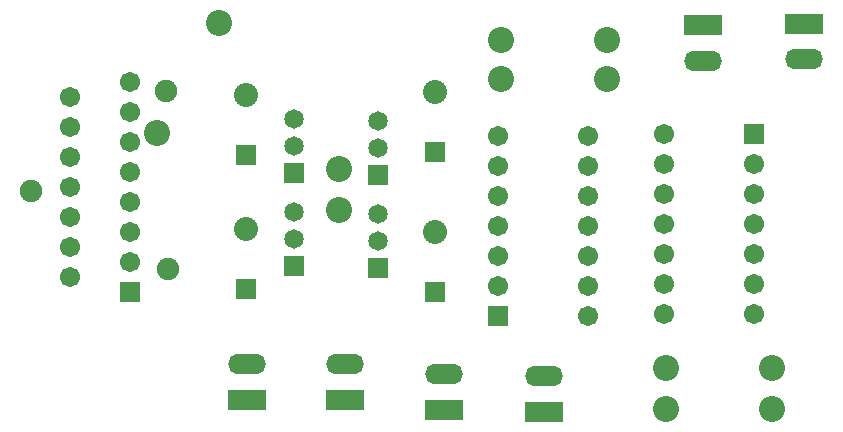
<source format=gbr>
%TF.GenerationSoftware,Altium Limited,Altium Designer,25.8.1 (18)*%
G04 Layer_Color=8388736*
%FSLAX45Y45*%
%MOMM*%
%TF.SameCoordinates,A03D5229-0D84-416C-82DE-D2F162E989C3*%
%TF.FilePolarity,Negative*%
%TF.FileFunction,Soldermask,Top*%
%TF.Part,Single*%
G01*
G75*
%TA.AperFunction,ComponentPad*%
%ADD19R,1.65100X1.65100*%
%ADD20C,1.65100*%
%ADD22R,1.77800X1.77800*%
%ADD23C,2.03200*%
%ADD31R,1.70320X1.70320*%
%ADD32C,1.70320*%
%ADD33O,3.20320X1.70320*%
%ADD34R,3.20320X1.70320*%
%ADD35C,2.20320*%
%TA.AperFunction,ViaPad*%
%ADD36C,1.90320*%
%ADD37C,2.20320*%
D19*
X9232900Y5829300D02*
D03*
X8521700Y5842000D02*
D03*
X9232900Y6616700D02*
D03*
X8521700Y6629400D02*
D03*
D20*
X9232900Y6057900D02*
D03*
Y6286500D02*
D03*
X8521700Y6070600D02*
D03*
Y6299200D02*
D03*
X9232900Y6845300D02*
D03*
Y7073900D02*
D03*
X8521700Y6858000D02*
D03*
Y7086600D02*
D03*
D22*
X8115300Y5651500D02*
D03*
Y6781800D02*
D03*
X9715500Y6807200D02*
D03*
Y5626100D02*
D03*
D23*
X8115300Y6159500D02*
D03*
Y7289800D02*
D03*
X9715500Y7315200D02*
D03*
Y6134100D02*
D03*
D31*
X7137400Y5626100D02*
D03*
X12420600Y6959600D02*
D03*
X10248899Y5422900D02*
D03*
D32*
X6629400Y5753100D02*
D03*
X7137400Y5880100D02*
D03*
X6629400Y6007100D02*
D03*
X7137400Y6134100D02*
D03*
X6629400Y6261100D02*
D03*
X7137400Y6388100D02*
D03*
X6629400Y6515100D02*
D03*
X7137400Y6642100D02*
D03*
X6629400Y6769100D02*
D03*
X7137400Y6896100D02*
D03*
X6629400Y7023100D02*
D03*
X7137400Y7150100D02*
D03*
X6629400Y7277100D02*
D03*
X7137400Y7404100D02*
D03*
X11658600Y5435600D02*
D03*
Y5689600D02*
D03*
Y5943600D02*
D03*
Y6197600D02*
D03*
Y6451600D02*
D03*
Y6705600D02*
D03*
Y6959600D02*
D03*
X12420600Y5435600D02*
D03*
Y5689600D02*
D03*
Y5943600D02*
D03*
Y6197600D02*
D03*
Y6451600D02*
D03*
Y6705600D02*
D03*
X11010899Y6946900D02*
D03*
Y6692900D02*
D03*
Y6438900D02*
D03*
Y6184900D02*
D03*
Y5930900D02*
D03*
Y5676900D02*
D03*
Y5422900D02*
D03*
X10248899Y6946900D02*
D03*
Y6692900D02*
D03*
Y6438900D02*
D03*
Y6184900D02*
D03*
Y5930900D02*
D03*
Y5676900D02*
D03*
D33*
X9791699Y4927600D02*
D03*
X11988799Y7581900D02*
D03*
X10642599Y4910100D02*
D03*
X12839699Y7594600D02*
D03*
X8127999Y5011700D02*
D03*
X8953499D02*
D03*
D34*
X9791699Y4627600D02*
D03*
X11988799Y7881900D02*
D03*
X10642599Y4610100D02*
D03*
X12839699Y7894600D02*
D03*
X8127999Y4711700D02*
D03*
X8953499D02*
D03*
D35*
X12571300Y4635500D02*
D03*
X11671300D02*
D03*
Y4978400D02*
D03*
X12571300D02*
D03*
X11176000Y7429500D02*
D03*
X10276000D02*
D03*
Y7759700D02*
D03*
X11176000D02*
D03*
D36*
X7442200Y7327900D02*
D03*
X7454900Y5816600D02*
D03*
X6299200Y6477000D02*
D03*
D37*
X7886700Y7899400D02*
D03*
X8904720Y6316751D02*
D03*
X8902700Y6667500D02*
D03*
X7366000Y6972300D02*
D03*
%TF.MD5,44a1bc1020c0e3e98cb872ba91b62de9*%
M02*

</source>
